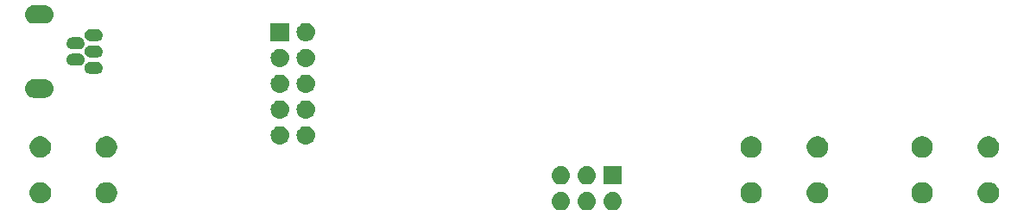
<source format=gbr>
G04 #@! TF.GenerationSoftware,KiCad,Pcbnew,(5.1.2)-2*
G04 #@! TF.CreationDate,2020-08-30T00:43:24-04:00*
G04 #@! TF.ProjectId,Scanner1,5363616e-6e65-4723-912e-6b696361645f,rev?*
G04 #@! TF.SameCoordinates,Original*
G04 #@! TF.FileFunction,Soldermask,Bot*
G04 #@! TF.FilePolarity,Negative*
%FSLAX46Y46*%
G04 Gerber Fmt 4.6, Leading zero omitted, Abs format (unit mm)*
G04 Created by KiCad (PCBNEW (5.1.2)-2) date 2020-08-30 00:43:24*
%MOMM*%
%LPD*%
G04 APERTURE LIST*
%ADD10C,0.100000*%
G04 APERTURE END LIST*
D10*
G36*
X183752442Y-92831518D02*
G01*
X183818627Y-92838037D01*
X183988466Y-92889557D01*
X184144991Y-92973222D01*
X184172154Y-92995514D01*
X184282186Y-93085814D01*
X184365448Y-93187271D01*
X184394778Y-93223009D01*
X184478443Y-93379534D01*
X184529963Y-93549373D01*
X184547359Y-93726000D01*
X184529963Y-93902627D01*
X184478443Y-94072466D01*
X184394778Y-94228991D01*
X184365448Y-94264729D01*
X184282186Y-94366186D01*
X184180729Y-94449448D01*
X184144991Y-94478778D01*
X183988466Y-94562443D01*
X183818627Y-94613963D01*
X183752443Y-94620481D01*
X183686260Y-94627000D01*
X183597740Y-94627000D01*
X183531557Y-94620481D01*
X183465373Y-94613963D01*
X183295534Y-94562443D01*
X183139009Y-94478778D01*
X183103271Y-94449448D01*
X183001814Y-94366186D01*
X182918552Y-94264729D01*
X182889222Y-94228991D01*
X182805557Y-94072466D01*
X182754037Y-93902627D01*
X182736641Y-93726000D01*
X182754037Y-93549373D01*
X182805557Y-93379534D01*
X182889222Y-93223009D01*
X182918552Y-93187271D01*
X183001814Y-93085814D01*
X183111846Y-92995514D01*
X183139009Y-92973222D01*
X183295534Y-92889557D01*
X183465373Y-92838037D01*
X183531558Y-92831518D01*
X183597740Y-92825000D01*
X183686260Y-92825000D01*
X183752442Y-92831518D01*
X183752442Y-92831518D01*
G37*
G36*
X188832442Y-92831518D02*
G01*
X188898627Y-92838037D01*
X189068466Y-92889557D01*
X189224991Y-92973222D01*
X189252154Y-92995514D01*
X189362186Y-93085814D01*
X189445448Y-93187271D01*
X189474778Y-93223009D01*
X189558443Y-93379534D01*
X189609963Y-93549373D01*
X189627359Y-93726000D01*
X189609963Y-93902627D01*
X189558443Y-94072466D01*
X189474778Y-94228991D01*
X189445448Y-94264729D01*
X189362186Y-94366186D01*
X189260729Y-94449448D01*
X189224991Y-94478778D01*
X189068466Y-94562443D01*
X188898627Y-94613963D01*
X188832443Y-94620481D01*
X188766260Y-94627000D01*
X188677740Y-94627000D01*
X188611557Y-94620481D01*
X188545373Y-94613963D01*
X188375534Y-94562443D01*
X188219009Y-94478778D01*
X188183271Y-94449448D01*
X188081814Y-94366186D01*
X187998552Y-94264729D01*
X187969222Y-94228991D01*
X187885557Y-94072466D01*
X187834037Y-93902627D01*
X187816641Y-93726000D01*
X187834037Y-93549373D01*
X187885557Y-93379534D01*
X187969222Y-93223009D01*
X187998552Y-93187271D01*
X188081814Y-93085814D01*
X188191846Y-92995514D01*
X188219009Y-92973222D01*
X188375534Y-92889557D01*
X188545373Y-92838037D01*
X188611558Y-92831518D01*
X188677740Y-92825000D01*
X188766260Y-92825000D01*
X188832442Y-92831518D01*
X188832442Y-92831518D01*
G37*
G36*
X186292442Y-92831518D02*
G01*
X186358627Y-92838037D01*
X186528466Y-92889557D01*
X186684991Y-92973222D01*
X186712154Y-92995514D01*
X186822186Y-93085814D01*
X186905448Y-93187271D01*
X186934778Y-93223009D01*
X187018443Y-93379534D01*
X187069963Y-93549373D01*
X187087359Y-93726000D01*
X187069963Y-93902627D01*
X187018443Y-94072466D01*
X186934778Y-94228991D01*
X186905448Y-94264729D01*
X186822186Y-94366186D01*
X186720729Y-94449448D01*
X186684991Y-94478778D01*
X186528466Y-94562443D01*
X186358627Y-94613963D01*
X186292443Y-94620481D01*
X186226260Y-94627000D01*
X186137740Y-94627000D01*
X186071557Y-94620481D01*
X186005373Y-94613963D01*
X185835534Y-94562443D01*
X185679009Y-94478778D01*
X185643271Y-94449448D01*
X185541814Y-94366186D01*
X185458552Y-94264729D01*
X185429222Y-94228991D01*
X185345557Y-94072466D01*
X185294037Y-93902627D01*
X185276641Y-93726000D01*
X185294037Y-93549373D01*
X185345557Y-93379534D01*
X185429222Y-93223009D01*
X185458552Y-93187271D01*
X185541814Y-93085814D01*
X185651846Y-92995514D01*
X185679009Y-92973222D01*
X185835534Y-92889557D01*
X186005373Y-92838037D01*
X186071558Y-92831518D01*
X186137740Y-92825000D01*
X186226260Y-92825000D01*
X186292442Y-92831518D01*
X186292442Y-92831518D01*
G37*
G36*
X219381564Y-91881389D02*
G01*
X219572833Y-91960615D01*
X219572835Y-91960616D01*
X219742471Y-92073963D01*
X219744973Y-92075635D01*
X219891365Y-92222027D01*
X220006385Y-92394167D01*
X220085611Y-92585436D01*
X220126000Y-92788484D01*
X220126000Y-92995516D01*
X220085611Y-93198564D01*
X220010652Y-93379532D01*
X220006384Y-93389835D01*
X219891365Y-93561973D01*
X219744973Y-93708365D01*
X219572835Y-93823384D01*
X219572834Y-93823385D01*
X219572833Y-93823385D01*
X219381564Y-93902611D01*
X219178516Y-93943000D01*
X218971484Y-93943000D01*
X218768436Y-93902611D01*
X218577167Y-93823385D01*
X218577166Y-93823385D01*
X218577165Y-93823384D01*
X218405027Y-93708365D01*
X218258635Y-93561973D01*
X218143616Y-93389835D01*
X218139348Y-93379532D01*
X218064389Y-93198564D01*
X218024000Y-92995516D01*
X218024000Y-92788484D01*
X218064389Y-92585436D01*
X218143615Y-92394167D01*
X218258635Y-92222027D01*
X218405027Y-92075635D01*
X218407529Y-92073963D01*
X218577165Y-91960616D01*
X218577167Y-91960615D01*
X218768436Y-91881389D01*
X218971484Y-91841000D01*
X219178516Y-91841000D01*
X219381564Y-91881389D01*
X219381564Y-91881389D01*
G37*
G36*
X132894564Y-91881389D02*
G01*
X133085833Y-91960615D01*
X133085835Y-91960616D01*
X133255471Y-92073963D01*
X133257973Y-92075635D01*
X133404365Y-92222027D01*
X133519385Y-92394167D01*
X133598611Y-92585436D01*
X133639000Y-92788484D01*
X133639000Y-92995516D01*
X133598611Y-93198564D01*
X133523652Y-93379532D01*
X133519384Y-93389835D01*
X133404365Y-93561973D01*
X133257973Y-93708365D01*
X133085835Y-93823384D01*
X133085834Y-93823385D01*
X133085833Y-93823385D01*
X132894564Y-93902611D01*
X132691516Y-93943000D01*
X132484484Y-93943000D01*
X132281436Y-93902611D01*
X132090167Y-93823385D01*
X132090166Y-93823385D01*
X132090165Y-93823384D01*
X131918027Y-93708365D01*
X131771635Y-93561973D01*
X131656616Y-93389835D01*
X131652348Y-93379532D01*
X131577389Y-93198564D01*
X131537000Y-92995516D01*
X131537000Y-92788484D01*
X131577389Y-92585436D01*
X131656615Y-92394167D01*
X131771635Y-92222027D01*
X131918027Y-92075635D01*
X131920529Y-92073963D01*
X132090165Y-91960616D01*
X132090167Y-91960615D01*
X132281436Y-91881389D01*
X132484484Y-91841000D01*
X132691516Y-91841000D01*
X132894564Y-91881389D01*
X132894564Y-91881389D01*
G37*
G36*
X139394564Y-91881389D02*
G01*
X139585833Y-91960615D01*
X139585835Y-91960616D01*
X139755471Y-92073963D01*
X139757973Y-92075635D01*
X139904365Y-92222027D01*
X140019385Y-92394167D01*
X140098611Y-92585436D01*
X140139000Y-92788484D01*
X140139000Y-92995516D01*
X140098611Y-93198564D01*
X140023652Y-93379532D01*
X140019384Y-93389835D01*
X139904365Y-93561973D01*
X139757973Y-93708365D01*
X139585835Y-93823384D01*
X139585834Y-93823385D01*
X139585833Y-93823385D01*
X139394564Y-93902611D01*
X139191516Y-93943000D01*
X138984484Y-93943000D01*
X138781436Y-93902611D01*
X138590167Y-93823385D01*
X138590166Y-93823385D01*
X138590165Y-93823384D01*
X138418027Y-93708365D01*
X138271635Y-93561973D01*
X138156616Y-93389835D01*
X138152348Y-93379532D01*
X138077389Y-93198564D01*
X138037000Y-92995516D01*
X138037000Y-92788484D01*
X138077389Y-92585436D01*
X138156615Y-92394167D01*
X138271635Y-92222027D01*
X138418027Y-92075635D01*
X138420529Y-92073963D01*
X138590165Y-91960616D01*
X138590167Y-91960615D01*
X138781436Y-91881389D01*
X138984484Y-91841000D01*
X139191516Y-91841000D01*
X139394564Y-91881389D01*
X139394564Y-91881389D01*
G37*
G36*
X209117564Y-91881389D02*
G01*
X209308833Y-91960615D01*
X209308835Y-91960616D01*
X209478471Y-92073963D01*
X209480973Y-92075635D01*
X209627365Y-92222027D01*
X209742385Y-92394167D01*
X209821611Y-92585436D01*
X209862000Y-92788484D01*
X209862000Y-92995516D01*
X209821611Y-93198564D01*
X209746652Y-93379532D01*
X209742384Y-93389835D01*
X209627365Y-93561973D01*
X209480973Y-93708365D01*
X209308835Y-93823384D01*
X209308834Y-93823385D01*
X209308833Y-93823385D01*
X209117564Y-93902611D01*
X208914516Y-93943000D01*
X208707484Y-93943000D01*
X208504436Y-93902611D01*
X208313167Y-93823385D01*
X208313166Y-93823385D01*
X208313165Y-93823384D01*
X208141027Y-93708365D01*
X207994635Y-93561973D01*
X207879616Y-93389835D01*
X207875348Y-93379532D01*
X207800389Y-93198564D01*
X207760000Y-92995516D01*
X207760000Y-92788484D01*
X207800389Y-92585436D01*
X207879615Y-92394167D01*
X207994635Y-92222027D01*
X208141027Y-92075635D01*
X208143529Y-92073963D01*
X208313165Y-91960616D01*
X208313167Y-91960615D01*
X208504436Y-91881389D01*
X208707484Y-91841000D01*
X208914516Y-91841000D01*
X209117564Y-91881389D01*
X209117564Y-91881389D01*
G37*
G36*
X202617564Y-91881389D02*
G01*
X202808833Y-91960615D01*
X202808835Y-91960616D01*
X202978471Y-92073963D01*
X202980973Y-92075635D01*
X203127365Y-92222027D01*
X203242385Y-92394167D01*
X203321611Y-92585436D01*
X203362000Y-92788484D01*
X203362000Y-92995516D01*
X203321611Y-93198564D01*
X203246652Y-93379532D01*
X203242384Y-93389835D01*
X203127365Y-93561973D01*
X202980973Y-93708365D01*
X202808835Y-93823384D01*
X202808834Y-93823385D01*
X202808833Y-93823385D01*
X202617564Y-93902611D01*
X202414516Y-93943000D01*
X202207484Y-93943000D01*
X202004436Y-93902611D01*
X201813167Y-93823385D01*
X201813166Y-93823385D01*
X201813165Y-93823384D01*
X201641027Y-93708365D01*
X201494635Y-93561973D01*
X201379616Y-93389835D01*
X201375348Y-93379532D01*
X201300389Y-93198564D01*
X201260000Y-92995516D01*
X201260000Y-92788484D01*
X201300389Y-92585436D01*
X201379615Y-92394167D01*
X201494635Y-92222027D01*
X201641027Y-92075635D01*
X201643529Y-92073963D01*
X201813165Y-91960616D01*
X201813167Y-91960615D01*
X202004436Y-91881389D01*
X202207484Y-91841000D01*
X202414516Y-91841000D01*
X202617564Y-91881389D01*
X202617564Y-91881389D01*
G37*
G36*
X225881564Y-91881389D02*
G01*
X226072833Y-91960615D01*
X226072835Y-91960616D01*
X226242471Y-92073963D01*
X226244973Y-92075635D01*
X226391365Y-92222027D01*
X226506385Y-92394167D01*
X226585611Y-92585436D01*
X226626000Y-92788484D01*
X226626000Y-92995516D01*
X226585611Y-93198564D01*
X226510652Y-93379532D01*
X226506384Y-93389835D01*
X226391365Y-93561973D01*
X226244973Y-93708365D01*
X226072835Y-93823384D01*
X226072834Y-93823385D01*
X226072833Y-93823385D01*
X225881564Y-93902611D01*
X225678516Y-93943000D01*
X225471484Y-93943000D01*
X225268436Y-93902611D01*
X225077167Y-93823385D01*
X225077166Y-93823385D01*
X225077165Y-93823384D01*
X224905027Y-93708365D01*
X224758635Y-93561973D01*
X224643616Y-93389835D01*
X224639348Y-93379532D01*
X224564389Y-93198564D01*
X224524000Y-92995516D01*
X224524000Y-92788484D01*
X224564389Y-92585436D01*
X224643615Y-92394167D01*
X224758635Y-92222027D01*
X224905027Y-92075635D01*
X224907529Y-92073963D01*
X225077165Y-91960616D01*
X225077167Y-91960615D01*
X225268436Y-91881389D01*
X225471484Y-91841000D01*
X225678516Y-91841000D01*
X225881564Y-91881389D01*
X225881564Y-91881389D01*
G37*
G36*
X189623000Y-92087000D02*
G01*
X187821000Y-92087000D01*
X187821000Y-90285000D01*
X189623000Y-90285000D01*
X189623000Y-92087000D01*
X189623000Y-92087000D01*
G37*
G36*
X183752443Y-90291519D02*
G01*
X183818627Y-90298037D01*
X183988466Y-90349557D01*
X184144991Y-90433222D01*
X184180729Y-90462552D01*
X184282186Y-90545814D01*
X184365448Y-90647271D01*
X184394778Y-90683009D01*
X184478443Y-90839534D01*
X184529963Y-91009373D01*
X184547359Y-91186000D01*
X184529963Y-91362627D01*
X184478443Y-91532466D01*
X184394778Y-91688991D01*
X184365448Y-91724729D01*
X184282186Y-91826186D01*
X184180729Y-91909448D01*
X184144991Y-91938778D01*
X183988466Y-92022443D01*
X183818627Y-92073963D01*
X183752443Y-92080481D01*
X183686260Y-92087000D01*
X183597740Y-92087000D01*
X183531557Y-92080481D01*
X183465373Y-92073963D01*
X183295534Y-92022443D01*
X183139009Y-91938778D01*
X183103271Y-91909448D01*
X183001814Y-91826186D01*
X182918552Y-91724729D01*
X182889222Y-91688991D01*
X182805557Y-91532466D01*
X182754037Y-91362627D01*
X182736641Y-91186000D01*
X182754037Y-91009373D01*
X182805557Y-90839534D01*
X182889222Y-90683009D01*
X182918552Y-90647271D01*
X183001814Y-90545814D01*
X183103271Y-90462552D01*
X183139009Y-90433222D01*
X183295534Y-90349557D01*
X183465373Y-90298037D01*
X183531558Y-90291518D01*
X183597740Y-90285000D01*
X183686260Y-90285000D01*
X183752443Y-90291519D01*
X183752443Y-90291519D01*
G37*
G36*
X186292443Y-90291519D02*
G01*
X186358627Y-90298037D01*
X186528466Y-90349557D01*
X186684991Y-90433222D01*
X186720729Y-90462552D01*
X186822186Y-90545814D01*
X186905448Y-90647271D01*
X186934778Y-90683009D01*
X187018443Y-90839534D01*
X187069963Y-91009373D01*
X187087359Y-91186000D01*
X187069963Y-91362627D01*
X187018443Y-91532466D01*
X186934778Y-91688991D01*
X186905448Y-91724729D01*
X186822186Y-91826186D01*
X186720729Y-91909448D01*
X186684991Y-91938778D01*
X186528466Y-92022443D01*
X186358627Y-92073963D01*
X186292443Y-92080481D01*
X186226260Y-92087000D01*
X186137740Y-92087000D01*
X186071557Y-92080481D01*
X186005373Y-92073963D01*
X185835534Y-92022443D01*
X185679009Y-91938778D01*
X185643271Y-91909448D01*
X185541814Y-91826186D01*
X185458552Y-91724729D01*
X185429222Y-91688991D01*
X185345557Y-91532466D01*
X185294037Y-91362627D01*
X185276641Y-91186000D01*
X185294037Y-91009373D01*
X185345557Y-90839534D01*
X185429222Y-90683009D01*
X185458552Y-90647271D01*
X185541814Y-90545814D01*
X185643271Y-90462552D01*
X185679009Y-90433222D01*
X185835534Y-90349557D01*
X186005373Y-90298037D01*
X186071558Y-90291518D01*
X186137740Y-90285000D01*
X186226260Y-90285000D01*
X186292443Y-90291519D01*
X186292443Y-90291519D01*
G37*
G36*
X219381564Y-87381389D02*
G01*
X219572833Y-87460615D01*
X219572835Y-87460616D01*
X219744973Y-87575635D01*
X219891365Y-87722027D01*
X220006385Y-87894167D01*
X220085611Y-88085436D01*
X220126000Y-88288484D01*
X220126000Y-88495516D01*
X220085611Y-88698564D01*
X220006385Y-88889833D01*
X220006384Y-88889835D01*
X219891365Y-89061973D01*
X219744973Y-89208365D01*
X219572835Y-89323384D01*
X219572834Y-89323385D01*
X219572833Y-89323385D01*
X219381564Y-89402611D01*
X219178516Y-89443000D01*
X218971484Y-89443000D01*
X218768436Y-89402611D01*
X218577167Y-89323385D01*
X218577166Y-89323385D01*
X218577165Y-89323384D01*
X218405027Y-89208365D01*
X218258635Y-89061973D01*
X218143616Y-88889835D01*
X218143615Y-88889833D01*
X218064389Y-88698564D01*
X218024000Y-88495516D01*
X218024000Y-88288484D01*
X218064389Y-88085436D01*
X218143615Y-87894167D01*
X218258635Y-87722027D01*
X218405027Y-87575635D01*
X218577165Y-87460616D01*
X218577167Y-87460615D01*
X218768436Y-87381389D01*
X218971484Y-87341000D01*
X219178516Y-87341000D01*
X219381564Y-87381389D01*
X219381564Y-87381389D01*
G37*
G36*
X225881564Y-87381389D02*
G01*
X226072833Y-87460615D01*
X226072835Y-87460616D01*
X226244973Y-87575635D01*
X226391365Y-87722027D01*
X226506385Y-87894167D01*
X226585611Y-88085436D01*
X226626000Y-88288484D01*
X226626000Y-88495516D01*
X226585611Y-88698564D01*
X226506385Y-88889833D01*
X226506384Y-88889835D01*
X226391365Y-89061973D01*
X226244973Y-89208365D01*
X226072835Y-89323384D01*
X226072834Y-89323385D01*
X226072833Y-89323385D01*
X225881564Y-89402611D01*
X225678516Y-89443000D01*
X225471484Y-89443000D01*
X225268436Y-89402611D01*
X225077167Y-89323385D01*
X225077166Y-89323385D01*
X225077165Y-89323384D01*
X224905027Y-89208365D01*
X224758635Y-89061973D01*
X224643616Y-88889835D01*
X224643615Y-88889833D01*
X224564389Y-88698564D01*
X224524000Y-88495516D01*
X224524000Y-88288484D01*
X224564389Y-88085436D01*
X224643615Y-87894167D01*
X224758635Y-87722027D01*
X224905027Y-87575635D01*
X225077165Y-87460616D01*
X225077167Y-87460615D01*
X225268436Y-87381389D01*
X225471484Y-87341000D01*
X225678516Y-87341000D01*
X225881564Y-87381389D01*
X225881564Y-87381389D01*
G37*
G36*
X202617564Y-87381389D02*
G01*
X202808833Y-87460615D01*
X202808835Y-87460616D01*
X202980973Y-87575635D01*
X203127365Y-87722027D01*
X203242385Y-87894167D01*
X203321611Y-88085436D01*
X203362000Y-88288484D01*
X203362000Y-88495516D01*
X203321611Y-88698564D01*
X203242385Y-88889833D01*
X203242384Y-88889835D01*
X203127365Y-89061973D01*
X202980973Y-89208365D01*
X202808835Y-89323384D01*
X202808834Y-89323385D01*
X202808833Y-89323385D01*
X202617564Y-89402611D01*
X202414516Y-89443000D01*
X202207484Y-89443000D01*
X202004436Y-89402611D01*
X201813167Y-89323385D01*
X201813166Y-89323385D01*
X201813165Y-89323384D01*
X201641027Y-89208365D01*
X201494635Y-89061973D01*
X201379616Y-88889835D01*
X201379615Y-88889833D01*
X201300389Y-88698564D01*
X201260000Y-88495516D01*
X201260000Y-88288484D01*
X201300389Y-88085436D01*
X201379615Y-87894167D01*
X201494635Y-87722027D01*
X201641027Y-87575635D01*
X201813165Y-87460616D01*
X201813167Y-87460615D01*
X202004436Y-87381389D01*
X202207484Y-87341000D01*
X202414516Y-87341000D01*
X202617564Y-87381389D01*
X202617564Y-87381389D01*
G37*
G36*
X139394564Y-87381389D02*
G01*
X139585833Y-87460615D01*
X139585835Y-87460616D01*
X139757973Y-87575635D01*
X139904365Y-87722027D01*
X140019385Y-87894167D01*
X140098611Y-88085436D01*
X140139000Y-88288484D01*
X140139000Y-88495516D01*
X140098611Y-88698564D01*
X140019385Y-88889833D01*
X140019384Y-88889835D01*
X139904365Y-89061973D01*
X139757973Y-89208365D01*
X139585835Y-89323384D01*
X139585834Y-89323385D01*
X139585833Y-89323385D01*
X139394564Y-89402611D01*
X139191516Y-89443000D01*
X138984484Y-89443000D01*
X138781436Y-89402611D01*
X138590167Y-89323385D01*
X138590166Y-89323385D01*
X138590165Y-89323384D01*
X138418027Y-89208365D01*
X138271635Y-89061973D01*
X138156616Y-88889835D01*
X138156615Y-88889833D01*
X138077389Y-88698564D01*
X138037000Y-88495516D01*
X138037000Y-88288484D01*
X138077389Y-88085436D01*
X138156615Y-87894167D01*
X138271635Y-87722027D01*
X138418027Y-87575635D01*
X138590165Y-87460616D01*
X138590167Y-87460615D01*
X138781436Y-87381389D01*
X138984484Y-87341000D01*
X139191516Y-87341000D01*
X139394564Y-87381389D01*
X139394564Y-87381389D01*
G37*
G36*
X132894564Y-87381389D02*
G01*
X133085833Y-87460615D01*
X133085835Y-87460616D01*
X133257973Y-87575635D01*
X133404365Y-87722027D01*
X133519385Y-87894167D01*
X133598611Y-88085436D01*
X133639000Y-88288484D01*
X133639000Y-88495516D01*
X133598611Y-88698564D01*
X133519385Y-88889833D01*
X133519384Y-88889835D01*
X133404365Y-89061973D01*
X133257973Y-89208365D01*
X133085835Y-89323384D01*
X133085834Y-89323385D01*
X133085833Y-89323385D01*
X132894564Y-89402611D01*
X132691516Y-89443000D01*
X132484484Y-89443000D01*
X132281436Y-89402611D01*
X132090167Y-89323385D01*
X132090166Y-89323385D01*
X132090165Y-89323384D01*
X131918027Y-89208365D01*
X131771635Y-89061973D01*
X131656616Y-88889835D01*
X131656615Y-88889833D01*
X131577389Y-88698564D01*
X131537000Y-88495516D01*
X131537000Y-88288484D01*
X131577389Y-88085436D01*
X131656615Y-87894167D01*
X131771635Y-87722027D01*
X131918027Y-87575635D01*
X132090165Y-87460616D01*
X132090167Y-87460615D01*
X132281436Y-87381389D01*
X132484484Y-87341000D01*
X132691516Y-87341000D01*
X132894564Y-87381389D01*
X132894564Y-87381389D01*
G37*
G36*
X209117564Y-87381389D02*
G01*
X209308833Y-87460615D01*
X209308835Y-87460616D01*
X209480973Y-87575635D01*
X209627365Y-87722027D01*
X209742385Y-87894167D01*
X209821611Y-88085436D01*
X209862000Y-88288484D01*
X209862000Y-88495516D01*
X209821611Y-88698564D01*
X209742385Y-88889833D01*
X209742384Y-88889835D01*
X209627365Y-89061973D01*
X209480973Y-89208365D01*
X209308835Y-89323384D01*
X209308834Y-89323385D01*
X209308833Y-89323385D01*
X209117564Y-89402611D01*
X208914516Y-89443000D01*
X208707484Y-89443000D01*
X208504436Y-89402611D01*
X208313167Y-89323385D01*
X208313166Y-89323385D01*
X208313165Y-89323384D01*
X208141027Y-89208365D01*
X207994635Y-89061973D01*
X207879616Y-88889835D01*
X207879615Y-88889833D01*
X207800389Y-88698564D01*
X207760000Y-88495516D01*
X207760000Y-88288484D01*
X207800389Y-88085436D01*
X207879615Y-87894167D01*
X207994635Y-87722027D01*
X208141027Y-87575635D01*
X208313165Y-87460616D01*
X208313167Y-87460615D01*
X208504436Y-87381389D01*
X208707484Y-87341000D01*
X208914516Y-87341000D01*
X209117564Y-87381389D01*
X209117564Y-87381389D01*
G37*
G36*
X156193443Y-86354519D02*
G01*
X156259627Y-86361037D01*
X156429466Y-86412557D01*
X156585991Y-86496222D01*
X156621729Y-86525552D01*
X156723186Y-86608814D01*
X156806448Y-86710271D01*
X156835778Y-86746009D01*
X156919443Y-86902534D01*
X156970963Y-87072373D01*
X156988359Y-87249000D01*
X156970963Y-87425627D01*
X156919443Y-87595466D01*
X156835778Y-87751991D01*
X156806448Y-87787729D01*
X156723186Y-87889186D01*
X156621729Y-87972448D01*
X156585991Y-88001778D01*
X156429466Y-88085443D01*
X156259627Y-88136963D01*
X156193442Y-88143482D01*
X156127260Y-88150000D01*
X156038740Y-88150000D01*
X155972558Y-88143482D01*
X155906373Y-88136963D01*
X155736534Y-88085443D01*
X155580009Y-88001778D01*
X155544271Y-87972448D01*
X155442814Y-87889186D01*
X155359552Y-87787729D01*
X155330222Y-87751991D01*
X155246557Y-87595466D01*
X155195037Y-87425627D01*
X155177641Y-87249000D01*
X155195037Y-87072373D01*
X155246557Y-86902534D01*
X155330222Y-86746009D01*
X155359552Y-86710271D01*
X155442814Y-86608814D01*
X155544271Y-86525552D01*
X155580009Y-86496222D01*
X155736534Y-86412557D01*
X155906373Y-86361037D01*
X155972557Y-86354519D01*
X156038740Y-86348000D01*
X156127260Y-86348000D01*
X156193443Y-86354519D01*
X156193443Y-86354519D01*
G37*
G36*
X158733443Y-86354519D02*
G01*
X158799627Y-86361037D01*
X158969466Y-86412557D01*
X159125991Y-86496222D01*
X159161729Y-86525552D01*
X159263186Y-86608814D01*
X159346448Y-86710271D01*
X159375778Y-86746009D01*
X159459443Y-86902534D01*
X159510963Y-87072373D01*
X159528359Y-87249000D01*
X159510963Y-87425627D01*
X159459443Y-87595466D01*
X159375778Y-87751991D01*
X159346448Y-87787729D01*
X159263186Y-87889186D01*
X159161729Y-87972448D01*
X159125991Y-88001778D01*
X158969466Y-88085443D01*
X158799627Y-88136963D01*
X158733442Y-88143482D01*
X158667260Y-88150000D01*
X158578740Y-88150000D01*
X158512558Y-88143482D01*
X158446373Y-88136963D01*
X158276534Y-88085443D01*
X158120009Y-88001778D01*
X158084271Y-87972448D01*
X157982814Y-87889186D01*
X157899552Y-87787729D01*
X157870222Y-87751991D01*
X157786557Y-87595466D01*
X157735037Y-87425627D01*
X157717641Y-87249000D01*
X157735037Y-87072373D01*
X157786557Y-86902534D01*
X157870222Y-86746009D01*
X157899552Y-86710271D01*
X157982814Y-86608814D01*
X158084271Y-86525552D01*
X158120009Y-86496222D01*
X158276534Y-86412557D01*
X158446373Y-86361037D01*
X158512557Y-86354519D01*
X158578740Y-86348000D01*
X158667260Y-86348000D01*
X158733443Y-86354519D01*
X158733443Y-86354519D01*
G37*
G36*
X158733442Y-83814518D02*
G01*
X158799627Y-83821037D01*
X158969466Y-83872557D01*
X159125991Y-83956222D01*
X159161729Y-83985552D01*
X159263186Y-84068814D01*
X159346448Y-84170271D01*
X159375778Y-84206009D01*
X159459443Y-84362534D01*
X159510963Y-84532373D01*
X159528359Y-84709000D01*
X159510963Y-84885627D01*
X159459443Y-85055466D01*
X159375778Y-85211991D01*
X159346448Y-85247729D01*
X159263186Y-85349186D01*
X159161729Y-85432448D01*
X159125991Y-85461778D01*
X158969466Y-85545443D01*
X158799627Y-85596963D01*
X158733443Y-85603481D01*
X158667260Y-85610000D01*
X158578740Y-85610000D01*
X158512557Y-85603481D01*
X158446373Y-85596963D01*
X158276534Y-85545443D01*
X158120009Y-85461778D01*
X158084271Y-85432448D01*
X157982814Y-85349186D01*
X157899552Y-85247729D01*
X157870222Y-85211991D01*
X157786557Y-85055466D01*
X157735037Y-84885627D01*
X157717641Y-84709000D01*
X157735037Y-84532373D01*
X157786557Y-84362534D01*
X157870222Y-84206009D01*
X157899552Y-84170271D01*
X157982814Y-84068814D01*
X158084271Y-83985552D01*
X158120009Y-83956222D01*
X158276534Y-83872557D01*
X158446373Y-83821037D01*
X158512558Y-83814518D01*
X158578740Y-83808000D01*
X158667260Y-83808000D01*
X158733442Y-83814518D01*
X158733442Y-83814518D01*
G37*
G36*
X156193442Y-83814518D02*
G01*
X156259627Y-83821037D01*
X156429466Y-83872557D01*
X156585991Y-83956222D01*
X156621729Y-83985552D01*
X156723186Y-84068814D01*
X156806448Y-84170271D01*
X156835778Y-84206009D01*
X156919443Y-84362534D01*
X156970963Y-84532373D01*
X156988359Y-84709000D01*
X156970963Y-84885627D01*
X156919443Y-85055466D01*
X156835778Y-85211991D01*
X156806448Y-85247729D01*
X156723186Y-85349186D01*
X156621729Y-85432448D01*
X156585991Y-85461778D01*
X156429466Y-85545443D01*
X156259627Y-85596963D01*
X156193443Y-85603481D01*
X156127260Y-85610000D01*
X156038740Y-85610000D01*
X155972557Y-85603481D01*
X155906373Y-85596963D01*
X155736534Y-85545443D01*
X155580009Y-85461778D01*
X155544271Y-85432448D01*
X155442814Y-85349186D01*
X155359552Y-85247729D01*
X155330222Y-85211991D01*
X155246557Y-85055466D01*
X155195037Y-84885627D01*
X155177641Y-84709000D01*
X155195037Y-84532373D01*
X155246557Y-84362534D01*
X155330222Y-84206009D01*
X155359552Y-84170271D01*
X155442814Y-84068814D01*
X155544271Y-83985552D01*
X155580009Y-83956222D01*
X155736534Y-83872557D01*
X155906373Y-83821037D01*
X155972558Y-83814518D01*
X156038740Y-83808000D01*
X156127260Y-83808000D01*
X156193442Y-83814518D01*
X156193442Y-83814518D01*
G37*
G36*
X133101443Y-81749519D02*
G01*
X133167627Y-81756037D01*
X133337466Y-81807557D01*
X133493991Y-81891222D01*
X133529729Y-81920552D01*
X133631186Y-82003814D01*
X133714448Y-82105271D01*
X133743778Y-82141009D01*
X133827443Y-82297534D01*
X133878963Y-82467373D01*
X133896359Y-82644000D01*
X133878963Y-82820627D01*
X133827443Y-82990466D01*
X133743778Y-83146991D01*
X133714448Y-83182729D01*
X133631186Y-83284186D01*
X133529729Y-83367448D01*
X133493991Y-83396778D01*
X133337466Y-83480443D01*
X133167627Y-83531963D01*
X133101442Y-83538482D01*
X133035260Y-83545000D01*
X131946740Y-83545000D01*
X131880558Y-83538482D01*
X131814373Y-83531963D01*
X131644534Y-83480443D01*
X131488009Y-83396778D01*
X131452271Y-83367448D01*
X131350814Y-83284186D01*
X131267552Y-83182729D01*
X131238222Y-83146991D01*
X131154557Y-82990466D01*
X131103037Y-82820627D01*
X131085641Y-82644000D01*
X131103037Y-82467373D01*
X131154557Y-82297534D01*
X131238222Y-82141009D01*
X131267552Y-82105271D01*
X131350814Y-82003814D01*
X131452271Y-81920552D01*
X131488009Y-81891222D01*
X131644534Y-81807557D01*
X131814373Y-81756037D01*
X131880557Y-81749519D01*
X131946740Y-81743000D01*
X133035260Y-81743000D01*
X133101443Y-81749519D01*
X133101443Y-81749519D01*
G37*
G36*
X156193443Y-81274519D02*
G01*
X156259627Y-81281037D01*
X156429466Y-81332557D01*
X156585991Y-81416222D01*
X156621729Y-81445552D01*
X156723186Y-81528814D01*
X156806448Y-81630271D01*
X156835778Y-81666009D01*
X156919443Y-81822534D01*
X156970963Y-81992373D01*
X156988359Y-82169000D01*
X156970963Y-82345627D01*
X156919443Y-82515466D01*
X156835778Y-82671991D01*
X156806448Y-82707729D01*
X156723186Y-82809186D01*
X156621729Y-82892448D01*
X156585991Y-82921778D01*
X156429466Y-83005443D01*
X156259627Y-83056963D01*
X156193442Y-83063482D01*
X156127260Y-83070000D01*
X156038740Y-83070000D01*
X155972558Y-83063482D01*
X155906373Y-83056963D01*
X155736534Y-83005443D01*
X155580009Y-82921778D01*
X155544271Y-82892448D01*
X155442814Y-82809186D01*
X155359552Y-82707729D01*
X155330222Y-82671991D01*
X155246557Y-82515466D01*
X155195037Y-82345627D01*
X155177641Y-82169000D01*
X155195037Y-81992373D01*
X155246557Y-81822534D01*
X155330222Y-81666009D01*
X155359552Y-81630271D01*
X155442814Y-81528814D01*
X155544271Y-81445552D01*
X155580009Y-81416222D01*
X155736534Y-81332557D01*
X155906373Y-81281037D01*
X155972557Y-81274519D01*
X156038740Y-81268000D01*
X156127260Y-81268000D01*
X156193443Y-81274519D01*
X156193443Y-81274519D01*
G37*
G36*
X158733443Y-81274519D02*
G01*
X158799627Y-81281037D01*
X158969466Y-81332557D01*
X159125991Y-81416222D01*
X159161729Y-81445552D01*
X159263186Y-81528814D01*
X159346448Y-81630271D01*
X159375778Y-81666009D01*
X159459443Y-81822534D01*
X159510963Y-81992373D01*
X159528359Y-82169000D01*
X159510963Y-82345627D01*
X159459443Y-82515466D01*
X159375778Y-82671991D01*
X159346448Y-82707729D01*
X159263186Y-82809186D01*
X159161729Y-82892448D01*
X159125991Y-82921778D01*
X158969466Y-83005443D01*
X158799627Y-83056963D01*
X158733442Y-83063482D01*
X158667260Y-83070000D01*
X158578740Y-83070000D01*
X158512558Y-83063482D01*
X158446373Y-83056963D01*
X158276534Y-83005443D01*
X158120009Y-82921778D01*
X158084271Y-82892448D01*
X157982814Y-82809186D01*
X157899552Y-82707729D01*
X157870222Y-82671991D01*
X157786557Y-82515466D01*
X157735037Y-82345627D01*
X157717641Y-82169000D01*
X157735037Y-81992373D01*
X157786557Y-81822534D01*
X157870222Y-81666009D01*
X157899552Y-81630271D01*
X157982814Y-81528814D01*
X158084271Y-81445552D01*
X158120009Y-81416222D01*
X158276534Y-81332557D01*
X158446373Y-81281037D01*
X158512557Y-81274519D01*
X158578740Y-81268000D01*
X158667260Y-81268000D01*
X158733443Y-81274519D01*
X158733443Y-81274519D01*
G37*
G36*
X138208818Y-80001696D02*
G01*
X138322105Y-80036062D01*
X138426512Y-80091869D01*
X138518027Y-80166973D01*
X138593131Y-80258488D01*
X138648938Y-80362895D01*
X138683304Y-80476182D01*
X138694907Y-80594000D01*
X138683304Y-80711818D01*
X138648938Y-80825105D01*
X138593131Y-80929512D01*
X138518027Y-81021027D01*
X138426512Y-81096131D01*
X138322105Y-81151938D01*
X138208818Y-81186304D01*
X138120519Y-81195000D01*
X137511481Y-81195000D01*
X137423182Y-81186304D01*
X137309895Y-81151938D01*
X137205488Y-81096131D01*
X137113973Y-81021027D01*
X137038869Y-80929512D01*
X136983062Y-80825105D01*
X136948696Y-80711818D01*
X136937093Y-80594000D01*
X136948696Y-80476182D01*
X136983062Y-80362897D01*
X137003913Y-80323886D01*
X137013290Y-80301248D01*
X137018070Y-80277214D01*
X137018070Y-80252710D01*
X137016395Y-80244288D01*
X137024613Y-80242653D01*
X137047252Y-80233276D01*
X137067626Y-80219662D01*
X137084950Y-80202338D01*
X137113973Y-80166973D01*
X137205487Y-80091870D01*
X137205486Y-80091870D01*
X137205488Y-80091869D01*
X137309895Y-80036062D01*
X137423182Y-80001696D01*
X137511481Y-79993000D01*
X138120519Y-79993000D01*
X138208818Y-80001696D01*
X138208818Y-80001696D01*
G37*
G36*
X158733442Y-78734518D02*
G01*
X158799627Y-78741037D01*
X158969466Y-78792557D01*
X158969468Y-78792558D01*
X159047728Y-78834389D01*
X159125991Y-78876222D01*
X159161729Y-78905552D01*
X159263186Y-78988814D01*
X159346448Y-79090271D01*
X159375778Y-79126009D01*
X159459443Y-79282534D01*
X159510963Y-79452373D01*
X159528359Y-79629000D01*
X159510963Y-79805627D01*
X159459443Y-79975466D01*
X159375778Y-80131991D01*
X159364817Y-80145347D01*
X159263186Y-80269186D01*
X159162352Y-80351937D01*
X159125991Y-80381778D01*
X158969466Y-80465443D01*
X158799627Y-80516963D01*
X158733442Y-80523482D01*
X158667260Y-80530000D01*
X158578740Y-80530000D01*
X158512558Y-80523482D01*
X158446373Y-80516963D01*
X158276534Y-80465443D01*
X158120009Y-80381778D01*
X158083648Y-80351937D01*
X157982814Y-80269186D01*
X157881183Y-80145347D01*
X157870222Y-80131991D01*
X157786557Y-79975466D01*
X157735037Y-79805627D01*
X157717641Y-79629000D01*
X157735037Y-79452373D01*
X157786557Y-79282534D01*
X157870222Y-79126009D01*
X157899552Y-79090271D01*
X157982814Y-78988814D01*
X158084271Y-78905552D01*
X158120009Y-78876222D01*
X158198272Y-78834389D01*
X158276532Y-78792558D01*
X158276534Y-78792557D01*
X158446373Y-78741037D01*
X158512558Y-78734518D01*
X158578740Y-78728000D01*
X158667260Y-78728000D01*
X158733442Y-78734518D01*
X158733442Y-78734518D01*
G37*
G36*
X156193442Y-78734518D02*
G01*
X156259627Y-78741037D01*
X156429466Y-78792557D01*
X156429468Y-78792558D01*
X156507728Y-78834389D01*
X156585991Y-78876222D01*
X156621729Y-78905552D01*
X156723186Y-78988814D01*
X156806448Y-79090271D01*
X156835778Y-79126009D01*
X156919443Y-79282534D01*
X156970963Y-79452373D01*
X156988359Y-79629000D01*
X156970963Y-79805627D01*
X156919443Y-79975466D01*
X156835778Y-80131991D01*
X156824817Y-80145347D01*
X156723186Y-80269186D01*
X156622352Y-80351937D01*
X156585991Y-80381778D01*
X156429466Y-80465443D01*
X156259627Y-80516963D01*
X156193442Y-80523482D01*
X156127260Y-80530000D01*
X156038740Y-80530000D01*
X155972558Y-80523482D01*
X155906373Y-80516963D01*
X155736534Y-80465443D01*
X155580009Y-80381778D01*
X155543648Y-80351937D01*
X155442814Y-80269186D01*
X155341183Y-80145347D01*
X155330222Y-80131991D01*
X155246557Y-79975466D01*
X155195037Y-79805627D01*
X155177641Y-79629000D01*
X155195037Y-79452373D01*
X155246557Y-79282534D01*
X155330222Y-79126009D01*
X155359552Y-79090271D01*
X155442814Y-78988814D01*
X155544271Y-78905552D01*
X155580009Y-78876222D01*
X155658272Y-78834389D01*
X155736532Y-78792558D01*
X155736534Y-78792557D01*
X155906373Y-78741037D01*
X155972558Y-78734518D01*
X156038740Y-78728000D01*
X156127260Y-78728000D01*
X156193442Y-78734518D01*
X156193442Y-78734518D01*
G37*
G36*
X136458818Y-79201696D02*
G01*
X136572105Y-79236062D01*
X136676512Y-79291869D01*
X136676514Y-79291870D01*
X136676513Y-79291870D01*
X136768027Y-79366973D01*
X136797050Y-79402338D01*
X136814374Y-79419662D01*
X136834749Y-79433276D01*
X136857387Y-79442653D01*
X136865606Y-79444288D01*
X136863930Y-79452711D01*
X136863930Y-79477215D01*
X136868710Y-79501248D01*
X136878087Y-79523886D01*
X136898938Y-79562897D01*
X136933304Y-79676182D01*
X136944907Y-79794000D01*
X136933304Y-79911818D01*
X136898938Y-80025103D01*
X136878087Y-80064114D01*
X136868710Y-80086752D01*
X136863930Y-80110786D01*
X136863930Y-80135290D01*
X136865605Y-80143712D01*
X136857387Y-80145347D01*
X136834748Y-80154724D01*
X136814374Y-80168338D01*
X136797050Y-80185662D01*
X136768027Y-80221027D01*
X136699562Y-80277214D01*
X136676512Y-80296131D01*
X136572105Y-80351938D01*
X136458818Y-80386304D01*
X136370519Y-80395000D01*
X135761481Y-80395000D01*
X135673182Y-80386304D01*
X135559895Y-80351938D01*
X135455488Y-80296131D01*
X135363973Y-80221027D01*
X135288869Y-80129512D01*
X135233062Y-80025105D01*
X135198696Y-79911818D01*
X135187093Y-79794000D01*
X135198696Y-79676182D01*
X135233062Y-79562895D01*
X135288869Y-79458488D01*
X135363973Y-79366973D01*
X135455488Y-79291869D01*
X135559895Y-79236062D01*
X135673182Y-79201696D01*
X135761481Y-79193000D01*
X136370519Y-79193000D01*
X136458818Y-79201696D01*
X136458818Y-79201696D01*
G37*
G36*
X138208818Y-78401696D02*
G01*
X138322105Y-78436062D01*
X138426512Y-78491869D01*
X138518027Y-78566973D01*
X138593131Y-78658488D01*
X138648938Y-78762895D01*
X138683304Y-78876182D01*
X138694907Y-78994000D01*
X138683304Y-79111818D01*
X138648938Y-79225105D01*
X138593131Y-79329512D01*
X138518027Y-79421027D01*
X138426512Y-79496131D01*
X138322105Y-79551938D01*
X138208818Y-79586304D01*
X138120519Y-79595000D01*
X137511481Y-79595000D01*
X137423182Y-79586304D01*
X137309895Y-79551938D01*
X137205488Y-79496131D01*
X137159619Y-79458487D01*
X137113973Y-79421027D01*
X137084950Y-79385662D01*
X137067626Y-79368338D01*
X137047251Y-79354724D01*
X137024613Y-79345347D01*
X137016394Y-79343712D01*
X137018070Y-79335289D01*
X137018070Y-79310785D01*
X137013290Y-79286752D01*
X137003913Y-79264114D01*
X136983062Y-79225103D01*
X136948696Y-79111818D01*
X136937093Y-78994000D01*
X136948696Y-78876182D01*
X136983062Y-78762897D01*
X137003913Y-78723886D01*
X137013290Y-78701248D01*
X137018070Y-78677214D01*
X137018070Y-78652710D01*
X137016395Y-78644288D01*
X137024613Y-78642653D01*
X137047252Y-78633276D01*
X137067626Y-78619662D01*
X137084950Y-78602338D01*
X137113973Y-78566973D01*
X137205487Y-78491870D01*
X137205486Y-78491870D01*
X137205488Y-78491869D01*
X137309895Y-78436062D01*
X137423182Y-78401696D01*
X137511481Y-78393000D01*
X138120519Y-78393000D01*
X138208818Y-78401696D01*
X138208818Y-78401696D01*
G37*
G36*
X136458818Y-77601696D02*
G01*
X136572105Y-77636062D01*
X136676512Y-77691869D01*
X136676514Y-77691870D01*
X136676513Y-77691870D01*
X136768027Y-77766973D01*
X136797050Y-77802338D01*
X136814374Y-77819662D01*
X136834749Y-77833276D01*
X136857387Y-77842653D01*
X136865606Y-77844288D01*
X136863930Y-77852711D01*
X136863930Y-77877215D01*
X136868710Y-77901248D01*
X136878087Y-77923886D01*
X136898938Y-77962897D01*
X136933304Y-78076182D01*
X136944907Y-78194000D01*
X136933304Y-78311818D01*
X136898938Y-78425103D01*
X136878087Y-78464114D01*
X136868710Y-78486752D01*
X136863930Y-78510786D01*
X136863930Y-78535290D01*
X136865605Y-78543712D01*
X136857387Y-78545347D01*
X136834748Y-78554724D01*
X136814374Y-78568338D01*
X136797050Y-78585662D01*
X136768027Y-78621027D01*
X136722381Y-78658487D01*
X136676512Y-78696131D01*
X136572105Y-78751938D01*
X136458818Y-78786304D01*
X136370519Y-78795000D01*
X135761481Y-78795000D01*
X135673182Y-78786304D01*
X135559895Y-78751938D01*
X135455488Y-78696131D01*
X135363973Y-78621027D01*
X135288869Y-78529512D01*
X135233062Y-78425105D01*
X135198696Y-78311818D01*
X135187093Y-78194000D01*
X135198696Y-78076182D01*
X135233062Y-77962895D01*
X135288869Y-77858488D01*
X135363973Y-77766973D01*
X135455488Y-77691869D01*
X135559895Y-77636062D01*
X135673182Y-77601696D01*
X135761481Y-77593000D01*
X136370519Y-77593000D01*
X136458818Y-77601696D01*
X136458818Y-77601696D01*
G37*
G36*
X138208818Y-76801696D02*
G01*
X138322105Y-76836062D01*
X138426512Y-76891869D01*
X138518027Y-76966973D01*
X138593131Y-77058488D01*
X138648938Y-77162895D01*
X138683304Y-77276182D01*
X138694907Y-77394000D01*
X138683304Y-77511818D01*
X138648938Y-77625105D01*
X138593131Y-77729512D01*
X138518027Y-77821027D01*
X138426512Y-77896131D01*
X138322105Y-77951938D01*
X138208818Y-77986304D01*
X138120519Y-77995000D01*
X137511481Y-77995000D01*
X137423182Y-77986304D01*
X137309895Y-77951938D01*
X137205488Y-77896131D01*
X137159619Y-77858487D01*
X137113973Y-77821027D01*
X137084950Y-77785662D01*
X137067626Y-77768338D01*
X137047251Y-77754724D01*
X137024613Y-77745347D01*
X137016394Y-77743712D01*
X137018070Y-77735289D01*
X137018070Y-77710785D01*
X137013290Y-77686752D01*
X137003913Y-77664114D01*
X136983062Y-77625103D01*
X136948696Y-77511818D01*
X136937093Y-77394000D01*
X136948696Y-77276182D01*
X136983062Y-77162895D01*
X137038869Y-77058488D01*
X137113973Y-76966973D01*
X137205488Y-76891869D01*
X137309895Y-76836062D01*
X137423182Y-76801696D01*
X137511481Y-76793000D01*
X138120519Y-76793000D01*
X138208818Y-76801696D01*
X138208818Y-76801696D01*
G37*
G36*
X158733442Y-76194518D02*
G01*
X158799627Y-76201037D01*
X158969466Y-76252557D01*
X159125991Y-76336222D01*
X159161729Y-76365552D01*
X159263186Y-76448814D01*
X159346448Y-76550271D01*
X159375778Y-76586009D01*
X159459443Y-76742534D01*
X159510963Y-76912373D01*
X159528359Y-77089000D01*
X159510963Y-77265627D01*
X159459443Y-77435466D01*
X159375778Y-77591991D01*
X159367813Y-77601696D01*
X159263186Y-77729186D01*
X159174052Y-77802335D01*
X159125991Y-77841778D01*
X159125989Y-77841779D01*
X159024305Y-77896131D01*
X158969466Y-77925443D01*
X158799627Y-77976963D01*
X158733442Y-77983482D01*
X158667260Y-77990000D01*
X158578740Y-77990000D01*
X158512558Y-77983482D01*
X158446373Y-77976963D01*
X158276534Y-77925443D01*
X158221696Y-77896131D01*
X158120011Y-77841779D01*
X158120009Y-77841778D01*
X158071948Y-77802335D01*
X157982814Y-77729186D01*
X157878187Y-77601696D01*
X157870222Y-77591991D01*
X157786557Y-77435466D01*
X157735037Y-77265627D01*
X157717641Y-77089000D01*
X157735037Y-76912373D01*
X157786557Y-76742534D01*
X157870222Y-76586009D01*
X157899552Y-76550271D01*
X157982814Y-76448814D01*
X158084271Y-76365552D01*
X158120009Y-76336222D01*
X158276534Y-76252557D01*
X158446373Y-76201037D01*
X158512558Y-76194518D01*
X158578740Y-76188000D01*
X158667260Y-76188000D01*
X158733442Y-76194518D01*
X158733442Y-76194518D01*
G37*
G36*
X156984000Y-77990000D02*
G01*
X155182000Y-77990000D01*
X155182000Y-76188000D01*
X156984000Y-76188000D01*
X156984000Y-77990000D01*
X156984000Y-77990000D01*
G37*
G36*
X133101443Y-74449519D02*
G01*
X133167627Y-74456037D01*
X133337466Y-74507557D01*
X133493991Y-74591222D01*
X133529729Y-74620552D01*
X133631186Y-74703814D01*
X133714448Y-74805271D01*
X133743778Y-74841009D01*
X133827443Y-74997534D01*
X133878963Y-75167373D01*
X133896359Y-75344000D01*
X133878963Y-75520627D01*
X133827443Y-75690466D01*
X133743778Y-75846991D01*
X133714448Y-75882729D01*
X133631186Y-75984186D01*
X133529729Y-76067448D01*
X133493991Y-76096778D01*
X133337466Y-76180443D01*
X133167627Y-76231963D01*
X133101443Y-76238481D01*
X133035260Y-76245000D01*
X131946740Y-76245000D01*
X131880557Y-76238481D01*
X131814373Y-76231963D01*
X131644534Y-76180443D01*
X131488009Y-76096778D01*
X131452271Y-76067448D01*
X131350814Y-75984186D01*
X131267552Y-75882729D01*
X131238222Y-75846991D01*
X131154557Y-75690466D01*
X131103037Y-75520627D01*
X131085641Y-75344000D01*
X131103037Y-75167373D01*
X131154557Y-74997534D01*
X131238222Y-74841009D01*
X131267552Y-74805271D01*
X131350814Y-74703814D01*
X131452271Y-74620552D01*
X131488009Y-74591222D01*
X131644534Y-74507557D01*
X131814373Y-74456037D01*
X131880557Y-74449519D01*
X131946740Y-74443000D01*
X133035260Y-74443000D01*
X133101443Y-74449519D01*
X133101443Y-74449519D01*
G37*
M02*

</source>
